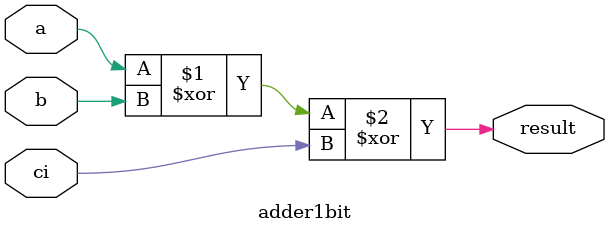
<source format=v>
module adder8bit(input [7:0] a, input [7:0] b, input c0, input Binv,
					  output [7:0] Sum, output Carry);
wire [1:0] P;
wire [1:0] G;
wire Carry1;
wire Carry2;

adder4bit A40(.a(a[3:0]), .b(b[3:0]), .CI(c0), .Binv(Binv), .result(Sum[3:0]), .P_out(P[0]), .G_out(G[0]));
CarryIn1 C1(.g0(G[0]), .p0(P[0]), .c0(c0), .c1(Carry1));
adder4bit A41(.a(a[7:4]), .b(b[7:4]), .CI(Carry1), .Binv(Binv), .result(Sum[7:4]), .P_out(P[1]), .G_out(G[1]));
CarryIn2 C2(.g(G[1:0]), .p(P[1:0]), .c0(c0), .c2(Carry2));
assign Carry = Carry2;

endmodule

module adder4bit(input [3:0] a, input [3:0] b, input CI, input Binv,
					  output [3:0]result, output P_out, output G_out);

wire [3:0] bInv;					  
wire [3:0] net_g;
wire [3:0] net_p;
wire c1, c2, c3, c4;
wire [3:0] net_result;
wire netP, netG;

assign bInv = (Binv) ? ~b : b;

_generate _G0(.ai(a[0]), .bi(bInv[0]), .gi(net_g[0]));
_generate _G1(.ai(a[1]), .bi(bInv[1]), .gi(net_g[1]));
_generate _G2(.ai(a[2]), .bi(bInv[2]), .gi(net_g[2]));
_generate _G3(.ai(a[3]), .bi(bInv[3]), .gi(net_g[3]));

_propagate _P0(.ai(a[0]), .bi(bInv[0]), .pi(net_p[0]));
_propagate _P1(.ai(a[1]), .bi(bInv[1]), .pi(net_p[1]));
_propagate _P2(.ai(a[2]), .bi(bInv[2]), .pi(net_p[2]));
_propagate _P3(.ai(a[3]), .bi(bInv[3]), .pi(net_p[3]));

CarryIn1 _CI1(.g0(net_g[0]), .p0(net_p[0]), .c0(CI), .c1(c1));
CarryIn2 _CI2(.g(net_g[1:0]), .p(net_p[1:0]), .c0(CI), .c2(c2));
CarryIn3 _CI3(.g(net_g[2:0]), .p(net_p[2:0]), .c0(CI), .c3(c3));

Propagate P0(.p(net_p[3:0]), .P(netP));
Generate G0(.g(net_g[3:0]), .p(net_p[3:0]), .G(netG));

adder1bit A10(.a(a[0]), .b(bInv[0]), .ci(CI), .result(net_result[0]));
adder1bit A11(.a(a[1]), .b(bInv[1]), .ci(c1), .result(net_result[1]));
adder1bit A12(.a(a[2]), .b(bInv[2]), .ci(c2), .result(net_result[2]));
adder1bit A13(.a(a[3]), .b(bInv[3]), .ci(c3), .result(net_result[3]));

assign result = net_result; assign P_out = netP; assign G_out = netG;
endmodule

module _generate(input ai, input bi, output gi);
	assign gi = ai & bi;
endmodule

module _propagate(input ai, input bi, output pi);
	assign pi = ai | bi;
endmodule

module CarryIn1(input g0, input p0, input c0, output c1);
	assign c1 = g0 | (p0 & c0);
endmodule

module CarryIn2(input [1:0] g, input [1:0] p, input c0, output c2);
	assign c2 = g[1] | (p[1] & g[0]) | (p[1] & p[0] & c0);
endmodule

module CarryIn3(input [2:0] g, input [2:0] p, input c0, output c3);
	assign c3 = g[2] | (p[2] & g[1]) | (p[2] & p[1] & g[0]) | (p[2] & p[1] & p[0] & c0);
endmodule

module CarryIn4(input [3:0] g, input [3:0] p, input c0, output c4);
	assign c4 = g[3] | (p[3] & g[2]) | (p[3] & p[2] & g[1]) | (p[3] & p[2] & p[1] & g[0]) | (p[3] & p[2] & p[1] & p[0] & c0);
endmodule

module Propagate(input [3:0] p, output P);
	assign P = p[3] & p[2] & p[1] & p[0];
endmodule

module Generate(input [3:0] g, input [3:0] p, output G);
	assign G = g[3] | (p[2] & g[2]) | (p[3] & p[2] & g[1]) | (p[3] & p[2] & p[1] & g[0]);
endmodule

module adder1bit(input a, input b,  
					  input ci,
					  output result);
	assign result = a ^ b ^ ci;
endmodule
</source>
